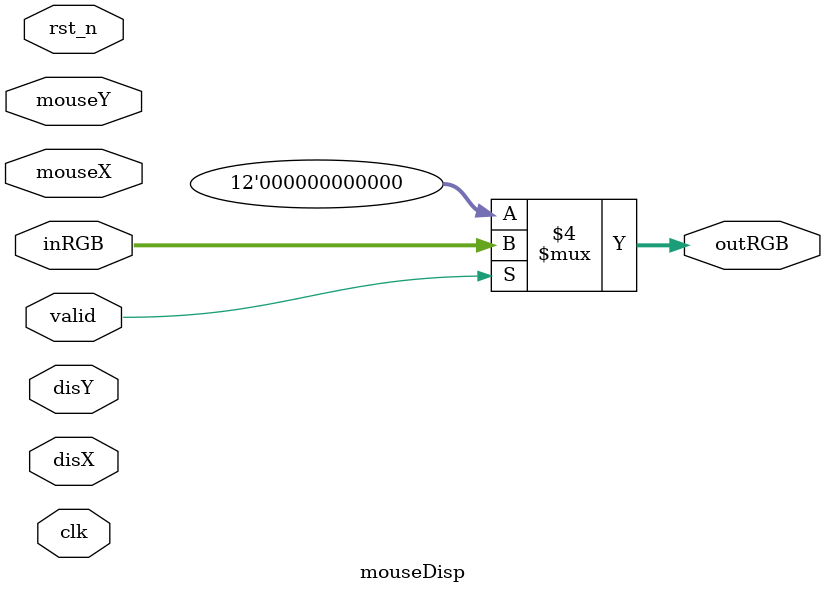
<source format=v>
`timescale 1ns / 1ps


`timescale 1ns / 1ps
//////////////////////////////////////////////////////////////////////////////////
// Company: 
// Engineer: 
// 
// Create Date: 12/30/2016 08:14:23 PM
// Design Name: 
// Module Name: mou
// Project Name: 
// Target Devices: 
// Tool Versions: 
// Description: 
// 
// Dependencies: 
// 
// Revision:
// Revision 0.01 - File Created
// Additional Comments:
// 
//////////////////////////////////////////////////////////////////////////////////


module mouseDisp(
    input clk,
    input rst_n,
    input [9:0]mouseX,
    input [9:0]mouseY,
    input [9:0]disX,
    inout [9:0]disY,
    input [11:0]inRGB,
    input valid,
    output reg [11:0]outRGB = 0 
    );
    always @(*)
    begin
       if(valid)
            outRGB = inRGB;
        else
            outRGB = 12'h000;
    end
endmodule
</source>
